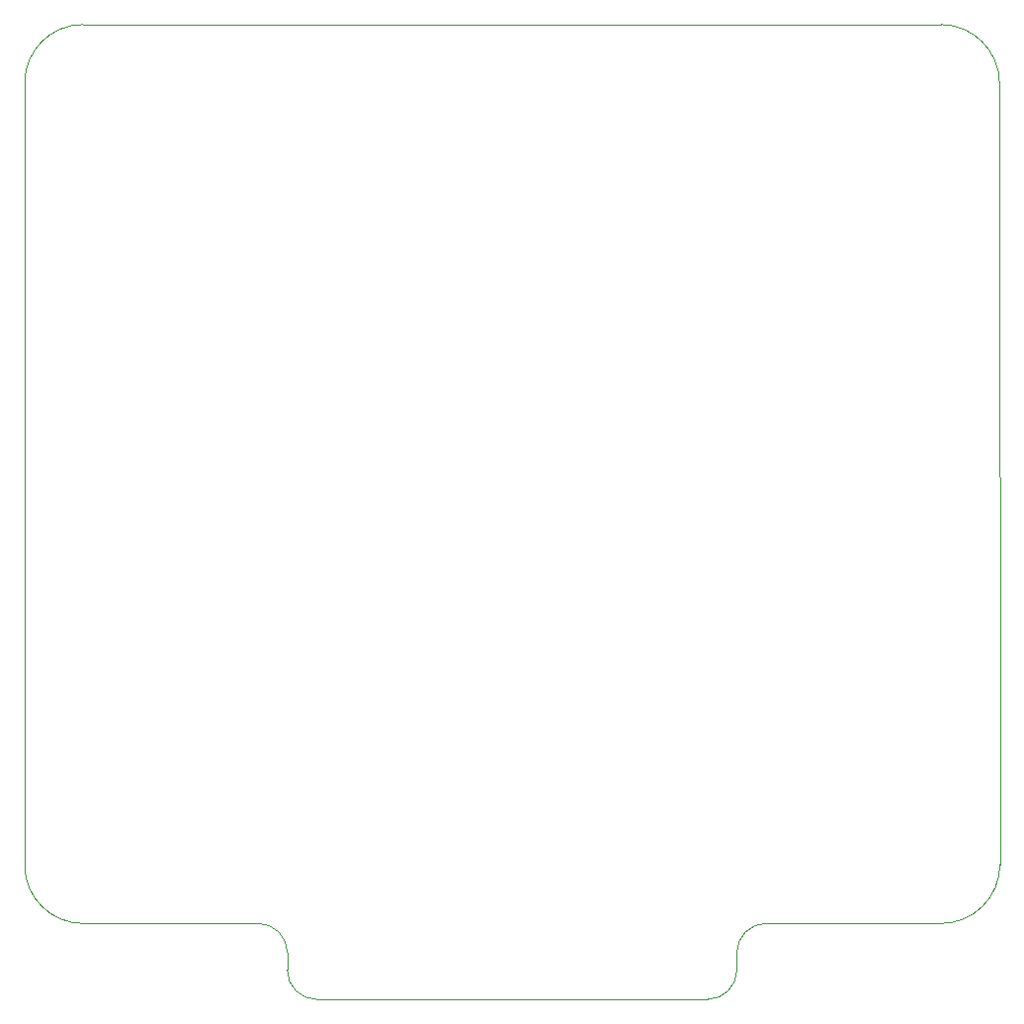
<source format=gbr>
%TF.GenerationSoftware,KiCad,Pcbnew,8.0.0*%
%TF.CreationDate,2024-04-08T20:49:20-04:00*%
%TF.ProjectId,Final Project,46696e61-6c20-4507-926f-6a6563742e6b,rev?*%
%TF.SameCoordinates,Original*%
%TF.FileFunction,Profile,NP*%
%FSLAX46Y46*%
G04 Gerber Fmt 4.6, Leading zero omitted, Abs format (unit mm)*
G04 Created by KiCad (PCBNEW 8.0.0) date 2024-04-08 20:49:20*
%MOMM*%
%LPD*%
G01*
G04 APERTURE LIST*
%TA.AperFunction,Profile*%
%ADD10C,0.050000*%
%TD*%
G04 APERTURE END LIST*
D10*
X80500000Y-106000000D02*
G75*
G02*
X83000000Y-103500000I2500000J0D01*
G01*
X103035534Y-98464466D02*
G75*
G02*
X98000000Y-103500004I-5035534J-4D01*
G01*
X44500000Y-110000000D02*
G75*
G02*
X42000000Y-107500000I0J2500000D01*
G01*
X24500000Y-103500000D02*
X39500000Y-103500000D01*
X80500000Y-107500000D02*
X80500000Y-106000000D01*
X42000000Y-106000000D02*
X42000000Y-107500000D01*
X24500000Y-26500000D02*
X98000000Y-26500000D01*
X39500000Y-103500000D02*
G75*
G02*
X42000000Y-106000000I0J-2500000D01*
G01*
X103000125Y-31535534D02*
X103035534Y-98464466D01*
X19500000Y-98500000D02*
X19500000Y-31500000D01*
X98000000Y-26500000D02*
G75*
G02*
X103000125Y-31535534I-35500J-5035500D01*
G01*
X44500000Y-110000000D02*
X78000000Y-110000000D01*
X24500000Y-103500000D02*
G75*
G02*
X19500000Y-98500000I0J5000000D01*
G01*
X80500000Y-107500000D02*
G75*
G02*
X78000000Y-110000000I-2500000J0D01*
G01*
X83000000Y-103500000D02*
X98000000Y-103500000D01*
X19500000Y-31500000D02*
G75*
G02*
X24500000Y-26500000I5000000J0D01*
G01*
M02*

</source>
